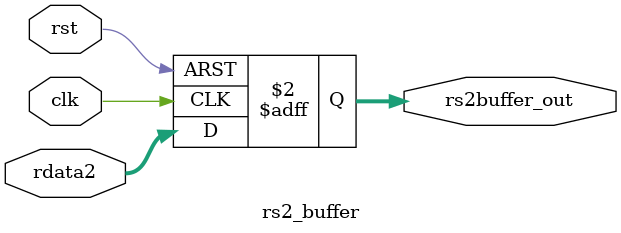
<source format=sv>
module rs2_buffer
(
    input  logic        clk,
    input  logic        rst,
    input  logic [31:0] rdata2,     // Input from register file (rdata1)
    output logic [31:0] rs2buffer_out     // Output to MUX_to_ALUa
);
    always_ff @(posedge clk or posedge rst)
    begin
        if (rst)
            rs2buffer_out <= 32'b0;       // Reset value
        else
            rs2buffer_out <= rdata2;      // Store rdata1
    end
endmodule
</source>
